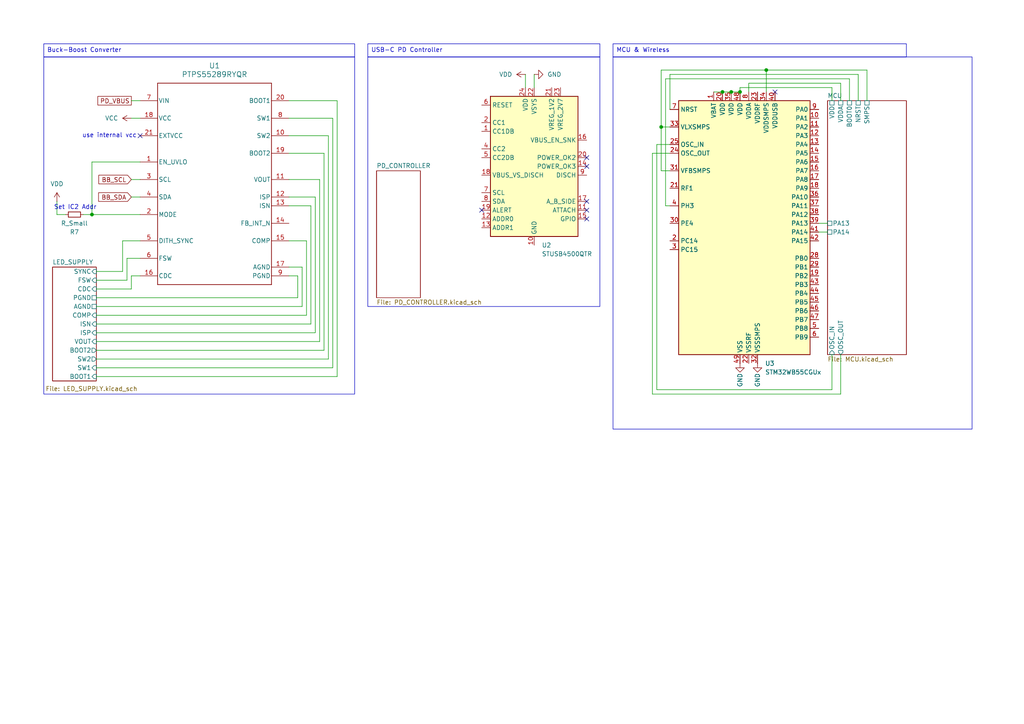
<source format=kicad_sch>
(kicad_sch (version 20231120) (generator "eeschema") (generator_version "8.0")
  (paper "A4")
  (lib_symbols
    (symbol "2024-02-28_02-41-41:PTPS55289RYQR" (pin_names (offset 0.254))
      (property "Reference" "U" (at 0 2.54 0))
      (property "Value" "PTPS55289RYQR" (at 0 0 0))
      (symbol "PTPS55289RYQR_1_1"
        (polyline (pts (xy 5.08 -53.34) (xy 38.1 -53.34)) (stroke (width 0.2032)))
        (polyline (pts (xy 5.08 5.08) (xy 5.08 -53.34)) (stroke (width 0.2032)))
        (polyline (pts (xy 38.1 -53.34) (xy 38.1 5.08)) (stroke (width 0.2032)))
        (polyline (pts (xy 38.1 5.08) (xy 5.08 5.08)) (stroke (width 0.2032)))
        (pin unspecified line (at 0 -17.78 0) (length 5.08) (name "EN_UVLO") (number "1"))
        (pin unspecified line (at 43.18 -10.16 180) (length 5.08) (name "SW2") (number "10"))
        (pin unspecified line (at 43.18 -22.86 180) (length 5.08) (name "VOUT") (number "11"))
        (pin unspecified line (at 43.18 -27.94 180) (length 5.08) (name "ISP") (number "12"))
        (pin unspecified line (at 43.18 -30.48 180) (length 5.08) (name "ISN") (number "13"))
        (pin unspecified line (at 43.18 -35.56 180) (length 5.08) (name "FB_INT_N") (number "14"))
        (pin unspecified line (at 43.18 -40.64 180) (length 5.08) (name "COMP") (number "15"))
        (pin unspecified line (at 0 -50.8 0) (length 5.08) (name "CDC") (number "16"))
        (pin unspecified line (at 43.18 -48.26 180) (length 5.08) (name "AGND") (number "17"))
        (pin unspecified line (at 0 -5.08 0) (length 5.08) (name "VCC") (number "18"))
        (pin unspecified line (at 43.18 -15.24 180) (length 5.08) (name "BOOT2") (number "19"))
        (pin unspecified line (at 0 -33.02 0) (length 5.08) (name "MODE") (number "2"))
        (pin unspecified line (at 43.18 0 180) (length 5.08) (name "BOOT1") (number "20"))
        (pin unspecified line (at 0 -10.16 0) (length 5.08) (name "EXTVCC") (number "21"))
        (pin unspecified line (at 0 -22.86 0) (length 5.08) (name "SCL") (number "3"))
        (pin unspecified line (at 0 -27.94 0) (length 5.08) (name "SDA") (number "4"))
        (pin unspecified line (at 0 -40.64 0) (length 5.08) (name "DITH_SYNC") (number "5"))
        (pin unspecified line (at 0 -45.72 0) (length 5.08) (name "FSW") (number "6"))
        (pin unspecified line (at 0 0 0) (length 5.08) (name "VIN") (number "7"))
        (pin unspecified line (at 43.18 -5.08 180) (length 5.08) (name "SW1") (number "8"))
        (pin unspecified line (at 43.18 -50.8 180) (length 5.08) (name "PGND") (number "9"))
      )
    )
    (symbol "Device:R_Small" (pin_numbers hide) (pin_names (offset 0.254) hide)
      (property "Reference" "R" (at 0.762 0.508 0))
      (property "Value" "R_Small" (at 0.762 -1.016 0))
      (symbol "R_Small_0_1"
        (rectangle (start -0.762 1.778) (end 0.762 -1.778) (stroke (width 0.2032)))
      )
      (symbol "R_Small_1_1"
        (pin passive line (at 0 2.54 270) (length 0.762) (name "~") (number "1"))
        (pin passive line (at 0 -2.54 90) (length 0.762) (name "~") (number "2"))
      )
    )
    (symbol "Interface_USB:STUSB4500QTR"
      (property "Reference" "U" (at -12.7 21.59 0))
      (property "Value" "STUSB4500QTR" (at 8.89 -21.59 0))
      (symbol "STUSB4500QTR_0_1"
        (rectangle (start -12.7 20.32) (end 12.7 -20.32) (stroke (width 0.254)) (fill (type background)))
      )
      (symbol "STUSB4500QTR_1_1"
        (pin bidirectional line (at -15.24 10.16 0) (length 2.54) (name "CC1DB") (number "1"))
        (pin power_in line (at 0 -22.86 90) (length 2.54) (name "GND") (number "10"))
        (pin open_collector line (at 15.24 -12.7 180) (length 2.54) (name "ATTACH") (number "11"))
        (pin input line (at -15.24 -15.24 0) (length 2.54) (name "ADDR0") (number "12"))
        (pin input line (at -15.24 -17.78 0) (length 2.54) (name "ADDR1") (number "13"))
        (pin open_collector line (at 15.24 0 180) (length 2.54) (name "POWER_OK3") (number "14"))
        (pin open_collector line (at 15.24 -15.24 180) (length 2.54) (name "GPIO") (number "15"))
        (pin open_collector line (at 15.24 7.62 180) (length 2.54) (name "VBUS_EN_SNK") (number "16"))
        (pin open_collector line (at 15.24 -10.16 180) (length 2.54) (name "A_B_SIDE") (number "17"))
        (pin input line (at -15.24 -2.54 0) (length 2.54) (name "VBUS_VS_DISCH") (number "18"))
        (pin open_collector line (at -15.24 -12.7 0) (length 2.54) (name "ALERT") (number "19"))
        (pin bidirectional line (at -15.24 12.7 0) (length 2.54) (name "CC1") (number "2"))
        (pin open_collector line (at 15.24 2.54 180) (length 2.54) (name "POWER_OK2") (number "20"))
        (pin power_out line (at 5.08 22.86 270) (length 2.54) (name "VREG_1V2") (number "21"))
        (pin power_in line (at 0 22.86 270) (length 2.54) (name "VSYS") (number "22"))
        (pin power_out line (at 7.62 22.86 270) (length 2.54) (name "VREG_2V7") (number "23"))
        (pin power_in line (at -2.54 22.86 270) (length 2.54) (name "VDD") (number "24"))
        (pin passive line (at 0 -22.86 90) (length 2.54) hide (name "GND") (number "25"))
        (pin no_connect line (at -12.7 15.24 0) (length 2.54) hide (name "NC") (number "3"))
        (pin bidirectional line (at -15.24 5.08 0) (length 2.54) (name "CC2") (number "4"))
        (pin bidirectional line (at -15.24 2.54 0) (length 2.54) (name "CC2DB") (number "5"))
        (pin input line (at -15.24 17.78 0) (length 2.54) (name "RESET") (number "6"))
        (pin input line (at -15.24 -7.62 0) (length 2.54) (name "SCL") (number "7"))
        (pin bidirectional line (at -15.24 -10.16 0) (length 2.54) (name "SDA") (number "8"))
        (pin bidirectional line (at 15.24 -2.54 180) (length 2.54) (name "DISCH") (number "9"))
      )
    )
    (symbol "MCU_ST_STM32WB:STM32WB55CGUx"
      (property "Reference" "U" (at -17.78 39.37 0))
      (property "Value" "STM32WB55CGUx" (at 12.7 39.37 0))
      (symbol "STM32WB55CGUx_0_1"
        (rectangle (start -17.78 -35.56) (end 20.32 38.1) (stroke (width 0.254)) (fill (type background)))
      )
      (symbol "STM32WB55CGUx_1_1"
        (pin power_in line (at -7.62 40.64 270) (length 2.54) (name "VBAT") (number "1"))
        (pin bidirectional line (at 22.86 33.02 180) (length 2.54) (name "PA1") (number "10"))
        (pin bidirectional line (at 22.86 30.48 180) (length 2.54) (name "PA2") (number "11"))
        (pin bidirectional line (at 22.86 27.94 180) (length 2.54) (name "PA3") (number "12"))
        (pin bidirectional line (at 22.86 25.4 180) (length 2.54) (name "PA4") (number "13"))
        (pin bidirectional line (at 22.86 22.86 180) (length 2.54) (name "PA5") (number "14"))
        (pin bidirectional line (at 22.86 20.32 180) (length 2.54) (name "PA6") (number "15"))
        (pin bidirectional line (at 22.86 17.78 180) (length 2.54) (name "PA7") (number "16"))
        (pin bidirectional line (at 22.86 15.24 180) (length 2.54) (name "PA8") (number "17"))
        (pin bidirectional line (at 22.86 12.7 180) (length 2.54) (name "PA9") (number "18"))
        (pin bidirectional line (at 22.86 -12.7 180) (length 2.54) (name "PB2") (number "19"))
        (pin bidirectional line (at -20.32 -2.54 0) (length 2.54) (name "PC14") (number "2"))
        (pin power_in line (at -5.08 40.64 270) (length 2.54) (name "VDD") (number "20"))
        (pin bidirectional line (at -20.32 12.7 0) (length 2.54) (name "RF1") (number "21"))
        (pin power_in line (at 2.54 -38.1 90) (length 2.54) (name "VSSRF") (number "22"))
        (pin power_in line (at 5.08 40.64 270) (length 2.54) (name "VDDRF") (number "23"))
        (pin input line (at -20.32 22.86 0) (length 2.54) (name "OSC_OUT") (number "24"))
        (pin input line (at -20.32 25.4 0) (length 2.54) (name "OSC_IN") (number "25"))
        (pin no_connect line (at -17.78 -35.56 0) (length 2.54) hide (name "AT0") (number "26"))
        (pin no_connect line (at -17.78 -33.02 0) (length 2.54) hide (name "AT1") (number "27"))
        (pin bidirectional line (at 22.86 -7.62 180) (length 2.54) (name "PB0") (number "28"))
        (pin bidirectional line (at 22.86 -10.16 180) (length 2.54) (name "PB1") (number "29"))
        (pin bidirectional line (at -20.32 -5.08 0) (length 2.54) (name "PC15") (number "3"))
        (pin bidirectional line (at -20.32 2.54 0) (length 2.54) (name "PE4") (number "30"))
        (pin input line (at -20.32 17.78 0) (length 2.54) (name "VFBSMPS") (number "31"))
        (pin power_in line (at 5.08 -38.1 90) (length 2.54) (name "VSSSMPS") (number "32"))
        (pin power_in line (at -20.32 30.48 0) (length 2.54) (name "VLXSMPS") (number "33"))
        (pin power_in line (at 7.62 40.64 270) (length 2.54) (name "VDDSMPS") (number "34"))
        (pin power_in line (at -2.54 40.64 270) (length 2.54) (name "VDD") (number "35"))
        (pin bidirectional line (at 22.86 10.16 180) (length 2.54) (name "PA10") (number "36"))
        (pin bidirectional line (at 22.86 7.62 180) (length 2.54) (name "PA11") (number "37"))
        (pin bidirectional line (at 22.86 5.08 180) (length 2.54) (name "PA12") (number "38"))
        (pin bidirectional line (at 22.86 2.54 180) (length 2.54) (name "PA13") (number "39"))
        (pin bidirectional line (at -20.32 7.62 0) (length 2.54) (name "PH3") (number "4"))
        (pin power_in line (at 10.16 40.64 270) (length 2.54) (name "VDDUSB") (number "40"))
        (pin bidirectional line (at 22.86 0 180) (length 2.54) (name "PA14") (number "41"))
        (pin bidirectional line (at 22.86 -2.54 180) (length 2.54) (name "PA15") (number "42"))
        (pin bidirectional line (at 22.86 -15.24 180) (length 2.54) (name "PB3") (number "43"))
        (pin bidirectional line (at 22.86 -17.78 180) (length 2.54) (name "PB4") (number "44"))
        (pin bidirectional line (at 22.86 -20.32 180) (length 2.54) (name "PB5") (number "45"))
        (pin bidirectional line (at 22.86 -22.86 180) (length 2.54) (name "PB6") (number "46"))
        (pin bidirectional line (at 22.86 -25.4 180) (length 2.54) (name "PB7") (number "47"))
        (pin power_in line (at 0 40.64 270) (length 2.54) (name "VDD") (number "48"))
        (pin power_in line (at 0 -38.1 90) (length 2.54) (name "VSS") (number "49"))
        (pin bidirectional line (at 22.86 -27.94 180) (length 2.54) (name "PB8") (number "5"))
        (pin bidirectional line (at 22.86 -30.48 180) (length 2.54) (name "PB9") (number "6"))
        (pin input line (at -20.32 35.56 0) (length 2.54) (name "NRST") (number "7"))
        (pin power_in line (at 2.54 40.64 270) (length 2.54) (name "VDDA") (number "8"))
        (pin bidirectional line (at 22.86 35.56 180) (length 2.54) (name "PA0") (number "9"))
      )
    )
    (symbol "power:GND" (power) (pin_numbers hide) (pin_names (offset 0) hide)
      (property "Value" "GND" (at 0 -3.81 0))
      (symbol "GND_0_1"
        (polyline (pts (xy 0 0) (xy 0 -1.27) (xy 1.27 -1.27) (xy 0 -2.54) (xy -1.27 -1.27) (xy 0 -1.27)))
      )
      (symbol "GND_1_1"
        (pin power_in line (at 0 0 270) (length 0) (name "~") (number "1"))
      )
    )
    (symbol "power:VCC" (power) (pin_numbers hide) (pin_names (offset 0) hide)
      (property "Value" "VCC" (at 0 3.556 0))
      (symbol "VCC_0_1"
        (polyline (pts (xy -0.762 1.27) (xy 0 2.54)))
        (polyline (pts (xy 0 0) (xy 0 2.54)))
        (polyline (pts (xy 0 2.54) (xy 0.762 1.27)))
      )
      (symbol "VCC_1_1"
        (pin power_in line (at 0 0 90) (length 0) (name "~") (number "1"))
      )
    )
    (symbol "power:VDD" (power) (pin_numbers hide) (pin_names (offset 0) hide)
      (property "Value" "VDD" (at 0 3.556 0))
      (symbol "VDD_0_1"
        (polyline (pts (xy -0.762 1.27) (xy 0 2.54)))
        (polyline (pts (xy 0 0) (xy 0 2.54)))
        (polyline (pts (xy 0 2.54) (xy 0.762 1.27)))
      )
      (symbol "VDD_1_1"
        (pin power_in line (at 0 0 90) (length 0) (name "~") (number "1"))
      )
    )
  )
  (junction (at 212.09 26.67))
  (junction (at 26.67 62.23))
  (junction (at 222.25 20.32))
  (junction (at 191.77 36.83))
  (junction (at 209.55 26.67))
  (junction (at 214.63 26.67))
  (no_connect (at 170.18 58.42))
  (no_connect (at 170.18 60.96))
  (no_connect (at 170.18 63.5))
  (no_connect (at 170.18 48.26))
  (no_connect (at 40.64 39.37))
  (no_connect (at 224.79 26.67))
  (no_connect (at 170.18 45.72))
  (no_connect (at 139.7 60.96))
  (wire (pts (xy 35.56 78.74) (xy 35.56 69.85)))
  (wire (pts (xy 38.1 80.01) (xy 40.64 80.01)))
  (wire (pts (xy 246.38 22.86) (xy 193.04 22.86)))
  (wire (pts (xy 243.84 114.3) (xy 189.23 114.3)))
  (wire (pts (xy 16.51 62.23) (xy 19.05 62.23)))
  (wire (pts (xy 241.3 113.03) (xy 190.5 113.03)))
  (wire (pts (xy 191.77 36.83) (xy 191.77 49.53)))
  (wire (pts (xy 243.84 29.21) (xy 243.84 24.13)))
  (wire (pts (xy 251.46 29.21) (xy 251.46 20.32)))
  (wire (pts (xy 97.79 109.22) (xy 97.79 29.21)))
  (wire (pts (xy 27.94 91.44) (xy 88.9 91.44)))
  (wire (pts (xy 38.1 34.29) (xy 40.64 34.29)))
  (wire (pts (xy 246.38 29.21) (xy 246.38 22.86)))
  (wire (pts (xy 97.79 29.21) (xy 83.82 29.21)))
  (wire (pts (xy 241.3 102.87) (xy 241.3 113.03)))
  (wire (pts (xy 222.25 20.32) (xy 222.25 26.67)))
  (wire (pts (xy 90.17 93.98) (xy 90.17 59.69)))
  (wire (pts (xy 91.44 57.15) (xy 91.44 96.52)))
  (wire (pts (xy 193.04 59.69) (xy 194.31 59.69)))
  (wire (pts (xy 27.94 93.98) (xy 90.17 93.98)))
  (wire (pts (xy 16.51 58.42) (xy 16.51 62.23)))
  (wire (pts (xy 248.92 21.59) (xy 194.31 21.59)))
  (wire (pts (xy 27.94 81.28) (xy 36.83 81.28)))
  (wire (pts (xy 93.98 44.45) (xy 83.82 44.45)))
  (wire (pts (xy 217.17 24.13) (xy 217.17 26.67)))
  (wire (pts (xy 27.94 106.68) (xy 96.52 106.68)))
  (wire (pts (xy 83.82 52.07) (xy 92.71 52.07)))
  (wire (pts (xy 241.3 25.4) (xy 214.63 25.4)))
  (wire (pts (xy 92.71 99.06) (xy 92.71 52.07)))
  (wire (pts (xy 87.63 77.47) (xy 83.82 77.47)))
  (wire (pts (xy 96.52 34.29) (xy 83.82 34.29)))
  (wire (pts (xy 96.52 106.68) (xy 96.52 34.29)))
  (wire (pts (xy 83.82 59.69) (xy 90.17 59.69)))
  (wire (pts (xy 237.49 67.31) (xy 240.03 67.31)))
  (wire (pts (xy 26.67 62.23) (xy 26.67 46.99)))
  (wire (pts (xy 237.49 64.77) (xy 240.03 64.77)))
  (wire (pts (xy 212.09 26.67) (xy 214.63 26.67)))
  (wire (pts (xy 86.36 80.01) (xy 86.36 86.36)))
  (wire (pts (xy 248.92 29.21) (xy 248.92 21.59)))
  (wire (pts (xy 83.82 80.01) (xy 86.36 80.01)))
  (wire (pts (xy 27.94 78.74) (xy 35.56 78.74)))
  (wire (pts (xy 27.94 99.06) (xy 92.71 99.06)))
  (wire (pts (xy 189.23 114.3) (xy 189.23 44.45)))
  (wire (pts (xy 214.63 25.4) (xy 214.63 26.67)))
  (wire (pts (xy 194.31 21.59) (xy 194.31 31.75)))
  (wire (pts (xy 251.46 20.32) (xy 222.25 20.32)))
  (wire (pts (xy 190.5 113.03) (xy 190.5 41.91)))
  (wire (pts (xy 27.94 101.6) (xy 93.98 101.6)))
  (wire (pts (xy 27.94 83.82) (xy 38.1 83.82)))
  (wire (pts (xy 27.94 104.14) (xy 95.25 104.14)))
  (wire (pts (xy 27.94 86.36) (xy 86.36 86.36)))
  (wire (pts (xy 95.25 39.37) (xy 83.82 39.37)))
  (wire (pts (xy 38.1 29.21) (xy 40.64 29.21)))
  (wire (pts (xy 154.94 21.59) (xy 154.94 25.4)))
  (wire (pts (xy 243.84 102.87) (xy 243.84 114.3)))
  (wire (pts (xy 38.1 52.07) (xy 40.64 52.07)))
  (wire (pts (xy 189.23 44.45) (xy 194.31 44.45)))
  (wire (pts (xy 191.77 36.83) (xy 194.31 36.83)))
  (wire (pts (xy 88.9 91.44) (xy 88.9 69.85)))
  (wire (pts (xy 26.67 46.99) (xy 40.64 46.99)))
  (wire (pts (xy 191.77 49.53) (xy 194.31 49.53)))
  (wire (pts (xy 27.94 109.22) (xy 97.79 109.22)))
  (wire (pts (xy 38.1 57.15) (xy 40.64 57.15)))
  (wire (pts (xy 193.04 22.86) (xy 193.04 59.69)))
  (wire (pts (xy 209.55 26.67) (xy 212.09 26.67)))
  (wire (pts (xy 243.84 24.13) (xy 217.17 24.13)))
  (wire (pts (xy 95.25 104.14) (xy 95.25 39.37)))
  (wire (pts (xy 93.98 101.6) (xy 93.98 44.45)))
  (wire (pts (xy 83.82 57.15) (xy 91.44 57.15)))
  (wire (pts (xy 27.94 88.9) (xy 87.63 88.9)))
  (wire (pts (xy 191.77 20.32) (xy 191.77 36.83)))
  (wire (pts (xy 91.44 96.52) (xy 27.94 96.52)))
  (wire (pts (xy 24.13 62.23) (xy 26.67 62.23)))
  (wire (pts (xy 207.01 26.67) (xy 209.55 26.67)))
  (wire (pts (xy 222.25 20.32) (xy 191.77 20.32)))
  (wire (pts (xy 241.3 29.21) (xy 241.3 25.4)))
  (wire (pts (xy 83.82 69.85) (xy 88.9 69.85)))
  (wire (pts (xy 38.1 83.82) (xy 38.1 80.01)))
  (wire (pts (xy 190.5 41.91) (xy 194.31 41.91)))
  (wire (pts (xy 152.4 25.4) (xy 152.4 21.59)))
  (wire (pts (xy 36.83 74.93) (xy 40.64 74.93)))
  (wire (pts (xy 87.63 88.9) (xy 87.63 77.47)))
  (wire (pts (xy 35.56 69.85) (xy 40.64 69.85)))
  (wire (pts (xy 36.83 74.93) (xy 36.83 81.28)))
  (wire (pts (xy 26.67 62.23) (xy 40.64 62.23)))
  (rectangle (start 106.68 16.51) (end 173.99 88.9))
  (rectangle (start 177.8 16.51) (end 281.94 124.46))
  (rectangle (start 12.7 16.51) (end 102.87 114.3))
  (text_box "USB-C PD Controller" (at 106.68 12.7 0) (size 67.31 3.81) (effects (font (size 1.27 1.27)) (justify left top)))
  (text_box "MCU & Wireless" (at 177.8 12.7 0) (size 85.09 3.81) (effects (font (size 1.27 1.27)) (justify left top)))
  (text_box "Buck-Boost Converter" (at 12.7 12.7 0) (size 90.17 3.81) (effects (font (size 1.27 1.27)) (justify left top)))
  (text "use internal vcc" (at 31.75 39.37 0) (effects (font (size 1.27 1.27))))
  (text "Set IC2 Addr" (at 21.844 60.198 0) (effects (font (size 1.27 1.27))))
  (global_label "BB_SDA" (shape input) (at 38.1 57.15 180) (property "Intersheetrefs" "${INTERSHEET_REFS}" (effects (hide yes))))
  (global_label "PD_VBUS" (shape passive) (at 38.1 29.21 180) (property "Intersheetrefs" "${INTERSHEET_REFS}" (effects (hide yes))))
  (global_label "BB_SCL" (shape input) (at 38.1 52.07 180) (property "Intersheetrefs" "${INTERSHEET_REFS}" (effects (hide yes))))
  (symbol (lib_id "MCU_ST_STM32WB:STM32WB55CGUx") (at 214.63 67.31 0) (unit 1)
    (property "Reference" "U3" (at 221.9041 105.41 0) (effects (justify left)))
    (property "Value" "STM32WB55CGUx" (at 221.9041 107.95 0) (effects (justify left)))
    (property "Footprint" "Package_DFN_QFN:QFN-48-1EP_7x7mm_P0.5mm_EP5.6x5.6mm" (effects (hide yes)))
    (property "Datasheet" "https://www.st.com/resource/en/datasheet/stm32wb55cg.pdf" (effects (hide yes)))
    (property "Description" "STMicroelectronics Arm Cortex-M4 MCU, 1024KB flash, 256KB RAM, 64 MHz, 1.71-3.6V, 30 GPIO, UFQFPN48" (effects (hide yes)))
  )
  (symbol (lib_id "Device:R_Small") (at 21.59 62.23 90) (mirror x) (unit 1)
    (property "Reference" "R7" (at 21.59 67.31 90))
    (property "Value" "R_Small" (at 21.59 64.77 90))
    (property "Footprint" "Resistor_SMD:R_0805_2012Metric" (effects (hide yes)))
    (property "Description" "Resistor, small symbol" (effects (hide yes)))
  )
  (symbol (lib_id "power:VDD") (at 16.51 58.42 0) (unit 1)
    (property "Reference" "#PWR05" (effects (hide yes)))
    (property "Value" "VDD" (at 16.51 53.34 0))
    (property "Description" "Power symbol creates a global label with name \"VDD\"" (effects (hide yes)))
  )
  (symbol (lib_id "power:GND") (at 154.94 21.59 90) (unit 1)
    (property "Reference" "#PWR012" (effects (hide yes)))
    (property "Value" "GND" (at 158.75 21.5899 90) (effects (justify right)))
    (property "Description" "Power symbol creates a global label with name \"GND\" , ground" (effects (hide yes)))
  )
  (symbol (lib_id "2024-02-28_02-41-41:PTPS55289RYQR") (at 40.64 29.21 0) (unit 1)
    (property "Reference" "U1" (at 62.23 19.05 0) (effects (font (size 1.524 1.524))))
    (property "Value" "PTPS55289RYQR" (at 62.23 21.59 0) (effects (font (size 1.524 1.524))))
    (property "Footprint" "footprints:RYQ0021A-MFG" (effects (hide yes)))
    (property "Datasheet" "PTPS55289RYQR" (effects (hide yes)))
  )
  (symbol (lib_id "power:VDD") (at 152.4 21.59 90) (unit 1)
    (property "Reference" "#PWR013" (effects (hide yes)))
    (property "Value" "VDD" (at 148.59 21.5899 90) (effects (justify left)))
    (property "Description" "Power symbol creates a global label with name \"VDD\"" (effects (hide yes)))
  )
  (symbol (lib_id "power:GND") (at 214.63 105.41 0) (unit 1)
    (property "Reference" "#PWR025" (effects (hide yes)))
    (property "Value" "GND" (at 214.63 108.204 90) (effects (justify right)))
    (property "Description" "Power symbol creates a global label with name \"GND\" , ground" (effects (hide yes)))
  )
  (symbol (lib_id "power:VCC") (at 38.1 34.29 90) (unit 1)
    (property "Reference" "#PWR06" (effects (hide yes)))
    (property "Value" "VCC" (at 34.29 34.2899 90) (effects (justify left)))
    (property "Description" "Power symbol creates a global label with name \"VCC\"" (effects (hide yes)))
  )
  (symbol (lib_id "power:GND") (at 219.71 105.41 0) (unit 1)
    (property "Reference" "#PWR026" (effects (hide yes)))
    (property "Value" "GND" (at 219.71 108.204 90) (effects (justify right)))
    (property "Description" "Power symbol creates a global label with name \"GND\" , ground" (effects (hide yes)))
  )
  (symbol (lib_id "Interface_USB:STUSB4500QTR") (at 154.94 48.26 0) (unit 1)
    (property "Reference" "U2" (at 157.1341 71.12 0) (effects (justify left)))
    (property "Value" "STUSB4500QTR" (at 157.1341 73.66 0) (effects (justify left)))
    (property "Footprint" "Package_DFN_QFN:QFN-24-1EP_4x4mm_P0.5mm_EP2.7x2.7mm" (effects (hide yes)))
    (property "Datasheet" "https://www.st.com/resource/en/datasheet/stusb4500.pdf" (effects (hide yes)))
    (property "Description" "Stand-alone USB PD controller (with sink Auto-run mode), QFN-24" (effects (hide yes)))
  )
  (sheet (at 109.22 49.53) (size 12.7 36.83) (stroke (width 0.1524))
    (property "Sheetname" "PD_CONTROLLER" (at 109.22 48.8184 0) (effects (justify left bottom)))
    (property "Sheetfile" "PD_CONTROLLER.kicad_sch" (at 109.22 86.9446 0) (effects (justify left top)))
  )
  (sheet (at 240.03 29.21) (size 22.86 73.66) (stroke (width 0.1524))
    (property "Sheetname" "MCU" (at 240.03 28.4984 0) (effects (justify left bottom)))
    (property "Sheetfile" "MCU.kicad_sch" (at 240.03 103.4546 0) (effects (justify left top)))
    (pin "VDD" passive (at 241.3 29.21 90))
    (pin "VDDA" passive (at 243.84 29.21 90))
    (pin "BOOT0" passive (at 246.38 29.21 90))
    (pin "NRST" passive (at 248.92 29.21 90))
    (pin "PA13" passive (at 240.03 64.77 180))
    (pin "PA14" passive (at 240.03 67.31 180))
    (pin "SMPS" passive (at 251.46 29.21 90))
    (pin "OSC_IN" input (at 241.3 102.87 270))
    (pin "OSC_OUT" output (at 243.84 102.87 270))
  )
  (sheet (at 15.24 77.47) (size 12.7 33.02) (stroke (width 0.1524))
    (property "Sheetname" "LED_SUPPLY" (at 15.24 76.7584 0) (effects (justify left bottom)))
    (property "Sheetfile" "LED_SUPPLY.kicad_sch" (at 13.208 112.014 0) (effects (justify left top)))
    (pin "SW2" output (at 27.94 104.14 0))
    (pin "SW1" input (at 27.94 106.68 0))
    (pin "BOOT1" input (at 27.94 109.22 0))
    (pin "VOUT" input (at 27.94 99.06 0))
    (pin "PGND" passive (at 27.94 86.36 0))
    (pin "BOOT2" output (at 27.94 101.6 0))
    (pin "ISP" input (at 27.94 96.52 0))
    (pin "ISN" input (at 27.94 93.98 0))
    (pin "AGND" passive (at 27.94 88.9 0))
    (pin "COMP" input (at 27.94 91.44 0))
    (pin "FSW" input (at 27.94 81.28 0))
    (pin "SYNC" input (at 27.94 78.74 0))
    (pin "CDC" input (at 27.94 83.82 0))
  )
)
</source>
